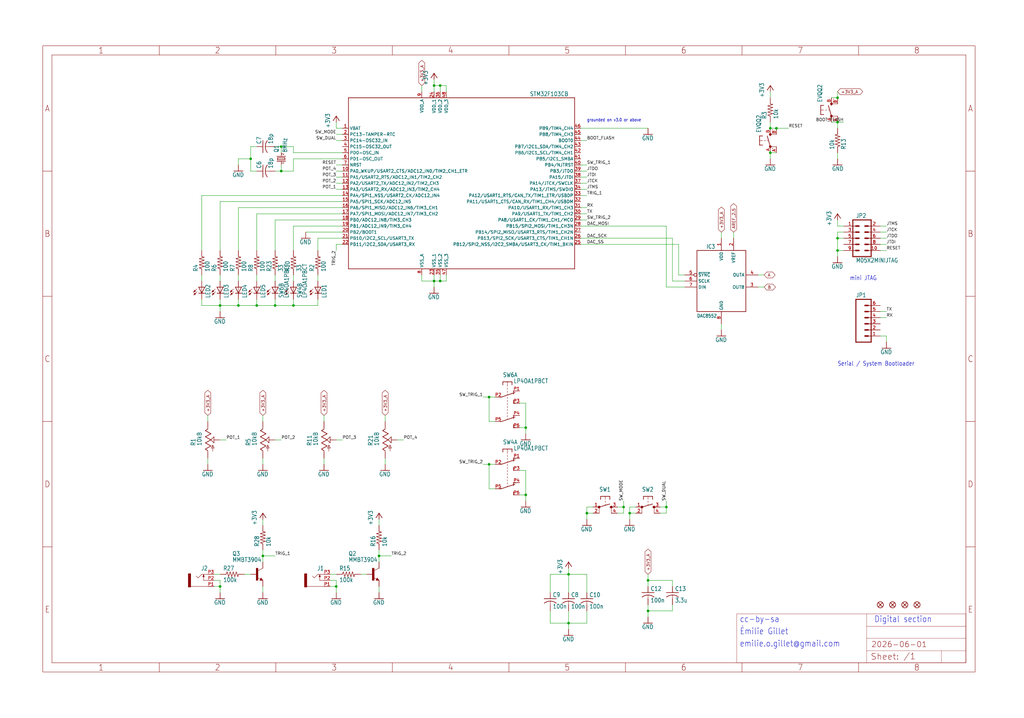
<source format=kicad_sch>
(kicad_sch (version 20230121) (generator eeschema)
  (paper "User" 425.45 298.45)
  (junction (at 347.98 104.14))
  (junction (at 320.04 53.34))
  (junction (at 261.62 213.36))
  (junction (at 114.3 127))
  (junction (at 347.98 99.06))
  (junction (at 347.98 40.64))
  (junction (at 121.92 127))
  (junction (at 182.88 116.84))
  (junction (at 91.44 127))
  (junction (at 182.88 35.56))
  (junction (at 116.84 60.96))
  (junction (at 320.04 63.5))
  (junction (at 243.84 213.36))
  (junction (at 99.06 127))
  (junction (at 157.48 231.14))
  (junction (at 203.2 165.1))
  (junction (at 180.34 116.84))
  (junction (at 347.98 50.8))
  (junction (at 180.34 35.56))
  (junction (at 269.24 254))
  (junction (at 322.58 53.34))
  (junction (at 236.22 238.76))
  (junction (at 106.68 127))
  (junction (at 91.44 243.84))
  (junction (at 269.24 241.3))
  (junction (at 259.08 210.82))
  (junction (at 109.22 231.14))
  (junction (at 236.22 259.08))
  (junction (at 218.44 177.8))
  (junction (at 203.2 193.04))
  (junction (at 116.84 71.12))
  (junction (at 218.44 205.74))
  (junction (at 104.14 66.04))
  (junction (at 139.7 243.84))
  (junction (at 276.86 210.82))
  (wire (pts (xy 116.84 71.12) (xy 116.84 68.58)) (stroke (width 0.1524)))
  (wire (pts (xy 121.92 63.5) (xy 121.92 60.96)) (stroke (width 0.1524)))
  (wire (pts (xy 142.24 55.88) (xy 139.7 55.88)) (stroke (width 0.1524)))
  (wire (pts (xy 203.2 203.2) (xy 203.2 193.04)) (stroke (width 0.1524)))
  (wire (pts (xy 104.14 60.96) (xy 104.14 66.04)) (stroke (width 0.1524)))
  (wire (pts (xy 365.76 132.08) (xy 368.3 132.08)) (stroke (width 0.1524)))
  (wire (pts (xy 101.6 238.76) (xy 104.14 238.76)) (stroke (width 0.1524)))
  (wire (pts (xy 347.98 104.14) (xy 347.98 106.68)) (stroke (width 0.1524)))
  (wire (pts (xy 88.9 241.3) (xy 91.44 241.3)) (stroke (width 0.1524)))
  (wire (pts (xy 157.48 233.68) (xy 157.48 231.14)) (stroke (width 0.1524)))
  (wire (pts (xy 116.84 60.96) (xy 116.84 63.5)) (stroke (width 0.1524)))
  (wire (pts (xy 320.04 50.8) (xy 320.04 53.34)) (stroke (width 0.1524)))
  (wire (pts (xy 157.48 215.9) (xy 157.48 218.44)) (stroke (width 0.1524)))
  (wire (pts (xy 99.06 66.04) (xy 99.06 68.58)) (stroke (width 0.1524)))
  (wire (pts (xy 109.22 231.14) (xy 109.22 228.6)) (stroke (width 0.1524)))
  (wire (pts (xy 157.48 231.14) (xy 157.48 228.6)) (stroke (width 0.1524)))
  (wire (pts (xy 160.02 175.26) (xy 160.02 172.72)) (stroke (width 0.1524)))
  (wire (pts (xy 134.62 190.5) (xy 134.62 193.04)) (stroke (width 0.1524)))
  (wire (pts (xy 347.98 99.06) (xy 347.98 104.14)) (stroke (width 0.1524)))
  (wire (pts (xy 320.04 38.1) (xy 320.04 40.64)) (stroke (width 0.1524)))
  (wire (pts (xy 109.22 215.9) (xy 109.22 218.44)) (stroke (width 0.1524)))
  (wire (pts (xy 269.24 241.3) (xy 279.4 241.3)) (stroke (width 0.1524)))
  (wire (pts (xy 279.4 116.84) (xy 284.48 116.84)) (stroke (width 0.1524)))
  (wire (pts (xy 299.72 99.06) (xy 299.72 96.52)) (stroke (width 0.1524)))
  (wire (pts (xy 261.62 213.36) (xy 261.62 215.9)) (stroke (width 0.1524)))
  (wire (pts (xy 365.76 101.6) (xy 368.3 101.6)) (stroke (width 0.1524)))
  (wire (pts (xy 139.7 76.2) (xy 142.24 76.2)) (stroke (width 0.1524)))
  (wire (pts (xy 218.44 167.64) (xy 218.44 177.8)) (stroke (width 0.1524)))
  (wire (pts (xy 276.86 119.38) (xy 284.48 119.38)) (stroke (width 0.1524)))
  (wire (pts (xy 236.22 259.08) (xy 243.84 259.08)) (stroke (width 0.1524)))
  (wire (pts (xy 203.2 193.04) (xy 200.66 193.04)) (stroke (width 0.1524)))
  (wire (pts (xy 91.44 114.3) (xy 91.44 116.84)) (stroke (width 0.1524)))
  (wire (pts (xy 205.74 165.1) (xy 203.2 165.1)) (stroke (width 0.1524)))
  (wire (pts (xy 83.82 81.28) (xy 142.24 81.28)) (stroke (width 0.1524)))
  (wire (pts (xy 99.06 86.36) (xy 142.24 86.36)) (stroke (width 0.1524)))
  (wire (pts (xy 114.3 124.46) (xy 114.3 127)) (stroke (width 0.1524)))
  (wire (pts (xy 259.08 213.36) (xy 259.08 210.82)) (stroke (width 0.1524)))
  (wire (pts (xy 91.44 83.82) (xy 142.24 83.82)) (stroke (width 0.1524)))
  (wire (pts (xy 139.7 58.42) (xy 142.24 58.42)) (stroke (width 0.1524)))
  (wire (pts (xy 139.7 53.34) (xy 139.7 50.8)) (stroke (width 0.1524)))
  (wire (pts (xy 114.3 127) (xy 106.68 127)) (stroke (width 0.1524)))
  (wire (pts (xy 182.88 116.84) (xy 185.42 116.84)) (stroke (width 0.1524)))
  (wire (pts (xy 99.06 114.3) (xy 99.06 116.84)) (stroke (width 0.1524)))
  (wire (pts (xy 274.32 213.36) (xy 276.86 213.36)) (stroke (width 0.1524)))
  (wire (pts (xy 157.48 231.14) (xy 162.56 231.14)) (stroke (width 0.1524)))
  (wire (pts (xy 139.7 73.66) (xy 142.24 73.66)) (stroke (width 0.1524)))
  (wire (pts (xy 350.52 93.98) (xy 347.98 93.98)) (stroke (width 0.1524)))
  (wire (pts (xy 121.92 127) (xy 132.08 127)) (stroke (width 0.1524)))
  (wire (pts (xy 320.04 53.34) (xy 322.58 53.34)) (stroke (width 0.1524)))
  (wire (pts (xy 345.44 50.8) (xy 347.98 50.8)) (stroke (width 0.1524)))
  (wire (pts (xy 104.14 71.12) (xy 106.68 71.12)) (stroke (width 0.1524)))
  (wire (pts (xy 269.24 243.84) (xy 269.24 241.3)) (stroke (width 0.1524)))
  (wire (pts (xy 279.4 254) (xy 279.4 251.46)) (stroke (width 0.1524)))
  (wire (pts (xy 91.44 241.3) (xy 91.44 243.84)) (stroke (width 0.1524)))
  (wire (pts (xy 185.42 35.56) (xy 185.42 38.1)) (stroke (width 0.1524)))
  (wire (pts (xy 114.3 91.44) (xy 114.3 104.14)) (stroke (width 0.1524)))
  (wire (pts (xy 365.76 129.54) (xy 368.3 129.54)) (stroke (width 0.1524)))
  (wire (pts (xy 264.16 210.82) (xy 261.62 210.82)) (stroke (width 0.1524)))
  (wire (pts (xy 83.82 81.28) (xy 83.82 104.14)) (stroke (width 0.1524)))
  (wire (pts (xy 241.3 93.98) (xy 276.86 93.98)) (stroke (width 0.1524)))
  (wire (pts (xy 132.08 114.3) (xy 132.08 116.84)) (stroke (width 0.1524)))
  (wire (pts (xy 350.52 99.06) (xy 347.98 99.06)) (stroke (width 0.1524)))
  (wire (pts (xy 241.3 68.58) (xy 243.84 68.58)) (stroke (width 0.1524)))
  (wire (pts (xy 299.72 137.16) (xy 299.72 134.62)) (stroke (width 0.1524)))
  (wire (pts (xy 269.24 251.46) (xy 269.24 254)) (stroke (width 0.1524)))
  (wire (pts (xy 320.04 63.5) (xy 320.04 66.04)) (stroke (width 0.1524)))
  (wire (pts (xy 205.74 203.2) (xy 203.2 203.2)) (stroke (width 0.1524)))
  (wire (pts (xy 236.22 259.08) (xy 236.22 261.62)) (stroke (width 0.1524)))
  (wire (pts (xy 236.22 246.38) (xy 236.22 238.76)) (stroke (width 0.1524)))
  (wire (pts (xy 139.7 182.88) (xy 142.24 182.88)) (stroke (width 0.1524)))
  (wire (pts (xy 83.82 114.3) (xy 83.82 116.84)) (stroke (width 0.1524)))
  (wire (pts (xy 279.4 241.3) (xy 279.4 243.84)) (stroke (width 0.1524)))
  (wire (pts (xy 347.98 38.1) (xy 347.98 40.64)) (stroke (width 0.1524)))
  (wire (pts (xy 175.26 38.1) (xy 175.26 35.56)) (stroke (width 0.1524)))
  (wire (pts (xy 276.86 213.36) (xy 276.86 210.82)) (stroke (width 0.1524)))
  (wire (pts (xy 180.34 35.56) (xy 182.88 35.56)) (stroke (width 0.1524)))
  (wire (pts (xy 86.36 190.5) (xy 86.36 193.04)) (stroke (width 0.1524)))
  (wire (pts (xy 109.22 175.26) (xy 109.22 172.72)) (stroke (width 0.1524)))
  (wire (pts (xy 180.34 114.3) (xy 180.34 116.84)) (stroke (width 0.1524)))
  (wire (pts (xy 182.88 35.56) (xy 185.42 35.56)) (stroke (width 0.1524)))
  (wire (pts (xy 142.24 93.98) (xy 121.92 93.98)) (stroke (width 0.1524)))
  (wire (pts (xy 365.76 104.14) (xy 368.3 104.14)) (stroke (width 0.1524)))
  (wire (pts (xy 243.84 259.08) (xy 243.84 254)) (stroke (width 0.1524)))
  (wire (pts (xy 83.82 124.46) (xy 83.82 127)) (stroke (width 0.1524)))
  (wire (pts (xy 142.24 68.58) (xy 139.7 68.58)) (stroke (width 0.1524)))
  (wire (pts (xy 246.38 210.82) (xy 243.84 210.82)) (stroke (width 0.1524)))
  (wire (pts (xy 243.84 238.76) (xy 243.84 246.38)) (stroke (width 0.1524)))
  (wire (pts (xy 121.92 114.3) (xy 121.92 116.84)) (stroke (width 0.1524)))
  (wire (pts (xy 314.96 119.38) (xy 317.5 119.38)) (stroke (width 0.1524)))
  (wire (pts (xy 241.3 91.44) (xy 243.84 91.44)) (stroke (width 0.1524)))
  (wire (pts (xy 137.16 238.76) (xy 139.7 238.76)) (stroke (width 0.1524)))
  (wire (pts (xy 121.92 71.12) (xy 121.92 66.04)) (stroke (width 0.1524)))
  (wire (pts (xy 304.8 99.06) (xy 304.8 96.52)) (stroke (width 0.1524)))
  (wire (pts (xy 365.76 99.06) (xy 368.3 99.06)) (stroke (width 0.1524)))
  (wire (pts (xy 88.9 238.76) (xy 91.44 238.76)) (stroke (width 0.1524)))
  (wire (pts (xy 106.68 88.9) (xy 142.24 88.9)) (stroke (width 0.1524)))
  (wire (pts (xy 114.3 71.12) (xy 116.84 71.12)) (stroke (width 0.1524)))
  (wire (pts (xy 365.76 93.98) (xy 368.3 93.98)) (stroke (width 0.1524)))
  (wire (pts (xy 276.86 210.82) (xy 276.86 208.28)) (stroke (width 0.1524)))
  (wire (pts (xy 203.2 175.26) (xy 203.2 165.1)) (stroke (width 0.1524)))
  (wire (pts (xy 99.06 86.36) (xy 99.06 104.14)) (stroke (width 0.1524)))
  (wire (pts (xy 241.3 53.34) (xy 269.24 53.34)) (stroke (width 0.1524)))
  (wire (pts (xy 228.6 238.76) (xy 236.22 238.76)) (stroke (width 0.1524)))
  (wire (pts (xy 228.6 259.08) (xy 236.22 259.08)) (stroke (width 0.1524)))
  (wire (pts (xy 160.02 190.5) (xy 160.02 193.04)) (stroke (width 0.1524)))
  (wire (pts (xy 157.48 243.84) (xy 157.48 246.38)) (stroke (width 0.1524)))
  (wire (pts (xy 121.92 93.98) (xy 121.92 104.14)) (stroke (width 0.1524)))
  (wire (pts (xy 109.22 233.68) (xy 109.22 231.14)) (stroke (width 0.1524)))
  (wire (pts (xy 203.2 165.1) (xy 200.66 165.1)) (stroke (width 0.1524)))
  (wire (pts (xy 185.42 114.3) (xy 185.42 116.84)) (stroke (width 0.1524)))
  (wire (pts (xy 175.26 116.84) (xy 180.34 116.84)) (stroke (width 0.1524)))
  (wire (pts (xy 99.06 124.46) (xy 99.06 127)) (stroke (width 0.1524)))
  (wire (pts (xy 269.24 254) (xy 279.4 254)) (stroke (width 0.1524)))
  (wire (pts (xy 241.3 78.74) (xy 243.84 78.74)) (stroke (width 0.1524)))
  (wire (pts (xy 139.7 78.74) (xy 142.24 78.74)) (stroke (width 0.1524)))
  (wire (pts (xy 241.3 101.6) (xy 281.94 101.6)) (stroke (width 0.1524)))
  (wire (pts (xy 104.14 66.04) (xy 104.14 71.12)) (stroke (width 0.1524)))
  (wire (pts (xy 261.62 210.82) (xy 261.62 213.36)) (stroke (width 0.1524)))
  (wire (pts (xy 279.4 99.06) (xy 279.4 116.84)) (stroke (width 0.1524)))
  (wire (pts (xy 165.1 182.88) (xy 167.64 182.88)) (stroke (width 0.1524)))
  (wire (pts (xy 91.44 83.82) (xy 91.44 104.14)) (stroke (width 0.1524)))
  (wire (pts (xy 114.3 182.88) (xy 116.84 182.88)) (stroke (width 0.1524)))
  (wire (pts (xy 322.58 53.34) (xy 327.66 53.34)) (stroke (width 0.1524)))
  (wire (pts (xy 281.94 101.6) (xy 281.94 114.3)) (stroke (width 0.1524)))
  (wire (pts (xy 106.68 60.96) (xy 104.14 60.96)) (stroke (width 0.1524)))
  (wire (pts (xy 261.62 213.36) (xy 264.16 213.36)) (stroke (width 0.1524)))
  (wire (pts (xy 345.44 40.64) (xy 347.98 40.64)) (stroke (width 0.1524)))
  (wire (pts (xy 180.34 33.02) (xy 180.34 35.56)) (stroke (width 0.1524)))
  (wire (pts (xy 132.08 104.14) (xy 132.08 99.06)) (stroke (width 0.1524)))
  (wire (pts (xy 368.3 139.7) (xy 368.3 142.24)) (stroke (width 0.1524)))
  (wire (pts (xy 215.9 167.64) (xy 218.44 167.64)) (stroke (width 0.1524)))
  (wire (pts (xy 365.76 96.52) (xy 368.3 96.52)) (stroke (width 0.1524)))
  (wire (pts (xy 137.16 241.3) (xy 139.7 241.3)) (stroke (width 0.1524)))
  (wire (pts (xy 180.34 38.1) (xy 180.34 35.56)) (stroke (width 0.1524)))
  (wire (pts (xy 218.44 205.74) (xy 218.44 208.28)) (stroke (width 0.1524)))
  (wire (pts (xy 205.74 175.26) (xy 203.2 175.26)) (stroke (width 0.1524)))
  (wire (pts (xy 134.62 175.26) (xy 134.62 172.72)) (stroke (width 0.1524)))
  (wire (pts (xy 241.3 76.2) (xy 243.84 76.2)) (stroke (width 0.1524)))
  (wire (pts (xy 106.68 114.3) (xy 106.68 116.84)) (stroke (width 0.1524)))
  (wire (pts (xy 320.04 63.5) (xy 322.58 63.5)) (stroke (width 0.1524)))
  (wire (pts (xy 91.44 124.46) (xy 91.44 127)) (stroke (width 0.1524)))
  (wire (pts (xy 218.44 195.58) (xy 218.44 205.74)) (stroke (width 0.1524)))
  (wire (pts (xy 106.68 88.9) (xy 106.68 104.14)) (stroke (width 0.1524)))
  (wire (pts (xy 215.9 195.58) (xy 218.44 195.58)) (stroke (width 0.1524)))
  (wire (pts (xy 350.52 104.14) (xy 347.98 104.14)) (stroke (width 0.1524)))
  (wire (pts (xy 241.3 86.36) (xy 243.84 86.36)) (stroke (width 0.1524)))
  (wire (pts (xy 241.3 73.66) (xy 243.84 73.66)) (stroke (width 0.1524)))
  (wire (pts (xy 109.22 231.14) (xy 114.3 231.14)) (stroke (width 0.1524)))
  (wire (pts (xy 218.44 177.8) (xy 218.44 180.34)) (stroke (width 0.1524)))
  (wire (pts (xy 256.54 210.82) (xy 259.08 210.82)) (stroke (width 0.1524)))
  (wire (pts (xy 132.08 124.46) (xy 132.08 127)) (stroke (width 0.1524)))
  (wire (pts (xy 246.38 213.36) (xy 243.84 213.36)) (stroke (width 0.1524)))
  (wire (pts (xy 276.86 93.98) (xy 276.86 119.38)) (stroke (width 0.1524)))
  (wire (pts (xy 91.44 182.88) (xy 93.98 182.88)) (stroke (width 0.1524)))
  (wire (pts (xy 116.84 71.12) (xy 121.92 71.12)) (stroke (width 0.1524)))
  (wire (pts (xy 350.52 96.52) (xy 347.98 96.52)) (stroke (width 0.1524)))
  (wire (pts (xy 347.98 63.5) (xy 347.98 66.04)) (stroke (width 0.1524)))
  (wire (pts (xy 91.44 127) (xy 91.44 129.54)) (stroke (width 0.1524)))
  (wire (pts (xy 121.92 60.96) (xy 116.84 60.96)) (stroke (width 0.1524)))
  (wire (pts (xy 314.96 114.3) (xy 317.5 114.3)) (stroke (width 0.1524)))
  (wire (pts (xy 256.54 213.36) (xy 259.08 213.36)) (stroke (width 0.1524)))
  (wire (pts (xy 241.3 81.28) (xy 243.84 81.28)) (stroke (width 0.1524)))
  (wire (pts (xy 114.3 60.96) (xy 116.84 60.96)) (stroke (width 0.1524)))
  (wire (pts (xy 236.22 238.76) (xy 243.84 238.76)) (stroke (width 0.1524)))
  (wire (pts (xy 139.7 241.3) (xy 139.7 243.84)) (stroke (width 0.1524)))
  (wire (pts (xy 142.24 63.5) (xy 121.92 63.5)) (stroke (width 0.1524)))
  (wire (pts (xy 83.82 127) (xy 91.44 127)) (stroke (width 0.1524)))
  (wire (pts (xy 205.74 193.04) (xy 203.2 193.04)) (stroke (width 0.1524)))
  (wire (pts (xy 228.6 246.38) (xy 228.6 238.76)) (stroke (width 0.1524)))
  (wire (pts (xy 182.88 38.1) (xy 182.88 35.56)) (stroke (width 0.1524)))
  (wire (pts (xy 99.06 127) (xy 106.68 127)) (stroke (width 0.1524)))
  (wire (pts (xy 269.24 241.3) (xy 269.24 238.76)) (stroke (width 0.1524)))
  (wire (pts (xy 109.22 190.5) (xy 109.22 193.04)) (stroke (width 0.1524)))
  (wire (pts (xy 149.86 238.76) (xy 152.4 238.76)) (stroke (width 0.1524)))
  (wire (pts (xy 142.24 101.6) (xy 139.7 101.6)) (stroke (width 0.1524)))
  (wire (pts (xy 139.7 71.12) (xy 142.24 71.12)) (stroke (width 0.1524)))
  (wire (pts (xy 132.08 99.06) (xy 142.24 99.06)) (stroke (width 0.1524)))
  (wire (pts (xy 142.24 53.34) (xy 139.7 53.34)) (stroke (width 0.1524)))
  (wire (pts (xy 269.24 256.54) (xy 269.24 254)) (stroke (width 0.1524)))
  (wire (pts (xy 259.08 210.82) (xy 259.08 208.28)) (stroke (width 0.1524)))
  (wire (pts (xy 228.6 254) (xy 228.6 259.08)) (stroke (width 0.1524)))
  (wire (pts (xy 175.26 114.3) (xy 175.26 116.84)) (stroke (width 0.1524)))
  (wire (pts (xy 91.44 243.84) (xy 91.44 246.38)) (stroke (width 0.1524)))
  (wire (pts (xy 243.84 213.36) (xy 243.84 215.9)) (stroke (width 0.1524)))
  (wire (pts (xy 121.92 124.46) (xy 121.92 127)) (stroke (width 0.1524)))
  (wire (pts (xy 347.98 50.8) (xy 350.52 50.8)) (stroke (width 0.1524)))
  (wire (pts (xy 88.9 243.84) (xy 91.44 243.84)) (stroke (width 0.1524)))
  (wire (pts (xy 139.7 243.84) (xy 139.7 246.38)) (stroke (width 0.1524)))
  (wire (pts (xy 121.92 66.04) (xy 142.24 66.04)) (stroke (width 0.1524)))
  (wire (pts (xy 139.7 101.6) (xy 139.7 104.14)) (stroke (width 0.1524)))
  (wire (pts (xy 347.98 93.98) (xy 347.98 91.44)) (stroke (width 0.1524)))
  (wire (pts (xy 241.3 99.06) (xy 279.4 99.06)) (stroke (width 0.1524)))
  (wire (pts (xy 104.14 66.04) (xy 99.06 66.04)) (stroke (width 0.1524)))
  (wire (pts (xy 91.44 127) (xy 99.06 127)) (stroke (width 0.1524)))
  (wire (pts (xy 180.34 116.84) (xy 182.88 116.84)) (stroke (width 0.1524)))
  (wire (pts (xy 109.22 243.84) (xy 109.22 246.38)) (stroke (width 0.1524)))
  (wire (pts (xy 347.98 53.34) (xy 347.98 50.8)) (stroke (width 0.1524)))
  (wire (pts (xy 142.24 96.52) (xy 127 96.52)) (stroke (width 0.1524)))
  (wire (pts (xy 241.3 58.42) (xy 243.84 58.42)) (stroke (width 0.1524)))
  (wire (pts (xy 142.24 91.44) (xy 114.3 91.44)) (stroke (width 0.1524)))
  (wire (pts (xy 215.9 177.8) (xy 218.44 177.8)) (stroke (width 0.1524)))
  (wire (pts (xy 86.36 175.26) (xy 86.36 172.72)) (stroke (width 0.1524)))
  (wire (pts (xy 365.76 139.7) (xy 368.3 139.7)) (stroke (width 0.1524)))
  (wire (pts (xy 347.98 96.52) (xy 347.98 99.06)) (stroke (width 0.1524)))
  (wire (pts (xy 243.84 210.82) (xy 243.84 213.36)) (stroke (width 0.1524)))
  (wire (pts (xy 274.32 210.82) (xy 276.86 210.82)) (stroke (width 0.1524)))
  (wire (pts (xy 236.22 254) (xy 236.22 259.08)) (stroke (width 0.1524)))
  (wire (pts (xy 215.9 205.74) (xy 218.44 205.74)) (stroke (width 0.1524)))
  (wire (pts (xy 281.94 114.3) (xy 284.48 114.3)) (stroke (width 0.1524)))
  (wire (pts (xy 137.16 243.84) (xy 139.7 243.84)) (stroke (width 0.1524)))
  (wire (pts (xy 114.3 114.3) (xy 114.3 116.84)) (stroke (width 0.1524)))
  (wire (pts (xy 182.88 114.3) (xy 182.88 116.84)) (stroke (width 0.1524)))
  (wire (pts (xy 236.22 238.76) (xy 236.22 236.22)) (stroke (width 0.1524)))
  (wire (pts (xy 121.92 127) (xy 114.3 127)) (stroke (width 0.1524)))
  (wire (pts (xy 241.3 71.12) (xy 243.84 71.12)) (stroke (width 0.1524)))
  (wire (pts (xy 180.34 116.84) (xy 180.34 119.38)) (stroke (width 0.1524)))
  (wire (pts (xy 106.68 127) (xy 106.68 124.46)) (stroke (width 0.1524)))
  (wire (pts (xy 241.3 88.9) (xy 243.84 88.9)) (stroke (width 0.1524)))
  (text "cc-by-sa" (at 307.34 259.08 0) (effects (font (size 2.54 2.159)) (justify left bottom)))
  (text "Émilie Gillet" (at 307.34 264.16 0) (effects (font (size 2.54 2.159)) (justify left bottom)))
  (text "Digital section" (at 363.22 259.08 0) (effects (font (size 2.54 2.159)) (justify left bottom)))
  (text "grounded on v3.0 or above" (at 243.84 50.8 0) (effects (font (size 1.27 1.0795)) (justify left bottom)))
  (text "Serial / System Bootloader" (at 347.98 152.4 0) (effects (font (size 1.778 1.5113)) (justify left bottom)))
  (text "emilie.o.gillet@gmail.com" (at 307.34 269.24 0) (effects (font (size 2.54 2.159)) (justify left bottom)))
  (text "mini JTAG" (at 353.06 116.84 0) (effects (font (size 1.778 1.5113)) (justify left bottom)))
  (label "POT_1" (at 93.98 182.88 0) (effects (font (size 1.2446 1.2446))))
  (label "POT_2" (at 139.7 76.2 180) (effects (font (size 1.2446 1.2446))))
  (label "POT_4" (at 167.64 182.88 0) (effects (font (size 1.2446 1.2446))))
  (label "RESET" (at 327.66 53.34 0) (effects (font (size 1.2446 1.2446))))
  (label "SW_TRIG_2" (at 243.84 91.44 0) (effects (font (size 1.2446 1.2446))))
  (label "DAC_MOSI" (at 243.84 93.98 0) (effects (font (size 1.2446 1.2446))))
  (label "JTCK" (at 243.84 76.2 0) (effects (font (size 1.2446 1.2446))))
  (label "SW_DUAL" (at 276.86 208.28 90) (effects (font (size 1.2446 1.2446))))
  (label "JTDI" (at 243.84 73.66 0) (effects (font (size 1.2446 1.2446))))
  (label "TRIG_1" (at 243.84 81.28 0) (effects (font (size 1.2446 1.2446))))
  (label "JTDI" (at 368.3 101.6 0) (effects (font (size 1.2446 1.2446))))
  (label "POT_3" (at 139.7 73.66 180) (effects (font (size 1.2446 1.2446))))
  (label "SW_TRIG_2" (at 200.66 193.04 180) (effects (font (size 1.2446 1.2446))))
  (label "DAC_SCK" (at 243.84 99.06 0) (effects (font (size 1.2446 1.2446))))
  (label "TX" (at 243.84 88.9 0) (effects (font (size 1.2446 1.2446))))
  (label "SW_MODE" (at 139.7 55.88 180) (effects (font (size 1.2446 1.2446))))
  (label "JTDO" (at 368.3 99.06 0) (effects (font (size 1.2446 1.2446))))
  (label "TRIG_2" (at 162.56 231.14 0) (effects (font (size 1.2446 1.2446))))
  (label "RX" (at 243.84 86.36 0) (effects (font (size 1.2446 1.2446))))
  (label "SW_TRIG_1" (at 200.66 165.1 180) (effects (font (size 1.2446 1.2446))))
  (label "POT_4" (at 139.7 71.12 180) (effects (font (size 1.2446 1.2446))))
  (label "POT_2" (at 116.84 182.88 0) (effects (font (size 1.2446 1.2446))))
  (label "SW_DUAL" (at 139.7 58.42 180) (effects (font (size 1.2446 1.2446))))
  (label "JTCK" (at 368.3 96.52 0) (effects (font (size 1.2446 1.2446))))
  (label "RESET" (at 139.7 68.58 180) (effects (font (size 1.2446 1.2446))))
  (label "POT_1" (at 139.7 78.74 180) (effects (font (size 1.2446 1.2446))))
  (label "SW_TRIG_1" (at 243.84 68.58 0) (effects (font (size 1.2446 1.2446))))
  (label "TX" (at 368.3 129.54 0) (effects (font (size 1.2446 1.2446))))
  (label "TRIG_1" (at 114.3 231.14 0) (effects (font (size 1.2446 1.2446))))
  (label "RESET" (at 368.3 104.14 0) (effects (font (size 1.2446 1.2446))))
  (label "RX" (at 368.3 132.08 0) (effects (font (size 1.2446 1.2446))))
  (label "POT_3" (at 142.24 182.88 0) (effects (font (size 1.2446 1.2446))))
  (label "JTMS" (at 243.84 78.74 0) (effects (font (size 1.2446 1.2446))))
  (label "JTMS" (at 368.3 93.98 0) (effects (font (size 1.2446 1.2446))))
  (label "BOOT_FLASH" (at 350.52 50.8 180) (effects (font (size 1.2446 1.2446))))
  (label "BOOT_FLASH" (at 243.84 58.42 0) (effects (font (size 1.2446 1.2446))))
  (label "SW_MODE" (at 259.08 208.28 90) (effects (font (size 1.2446 1.2446))))
  (label "DAC_SS" (at 243.84 101.6 0) (effects (font (size 1.2446 1.2446))))
  (label "TRIG_2" (at 139.7 104.14 270) (effects (font (size 1.2446 1.2446))))
  (label "JTDO" (at 243.84 71.12 0) (effects (font (size 1.2446 1.2446))))
  (global_label "+3V3_A" (shape bidirectional) (at 134.62 172.72 90) (effects (font (size 1.2446 1.2446))) (property "Intersheetrefs" "${INTERSHEET_REFS}" (effects hide)))
  (global_label "A" (shape bidirectional) (at 317.5 114.3 0) (effects (font (size 1.2446 1.2446))) (property "Intersheetrefs" "${INTERSHEET_REFS}" (effects hide)))
  (global_label "+3V3_A" (shape bidirectional) (at 160.02 172.72 90) (effects (font (size 1.2446 1.2446))) (property "Intersheetrefs" "${INTERSHEET_REFS}" (effects hide)))
  (global_label "+3V3_A" (shape bidirectional) (at 299.72 96.52 90) (effects (font (size 1.2446 1.2446))) (property "Intersheetrefs" "${INTERSHEET_REFS}" (effects hide)))
  (global_label "+3V3_A" (shape bidirectional) (at 109.22 172.72 90) (effects (font (size 1.2446 1.2446))) (property "Intersheetrefs" "${INTERSHEET_REFS}" (effects hide)))
  (global_label "+3V3_A" (shape bidirectional) (at 175.26 35.56 90) (effects (font (size 1.2446 1.2446))) (property "Intersheetrefs" "${INTERSHEET_REFS}" (effects hide)))
  (global_label "+3V3_A" (shape bidirectional) (at 269.24 238.76 90) (effects (font (size 1.2446 1.2446))) (property "Intersheetrefs" "${INTERSHEET_REFS}" (effects hide)))
  (global_label "AREF_2.5" (shape bidirectional) (at 304.8 96.52 90) (effects (font (size 1.2446 1.2446))) (property "Intersheetrefs" "${INTERSHEET_REFS}" (effects hide)))
  (global_label "+3V3_A" (shape bidirectional) (at 86.36 172.72 90) (effects (font (size 1.2446 1.2446))) (property "Intersheetrefs" "${INTERSHEET_REFS}" (effects hide)))
  (global_label "B" (shape bidirectional) (at 317.5 119.38 0) (effects (font (size 1.2446 1.2446))) (property "Intersheetrefs" "${INTERSHEET_REFS}" (effects hide)))
  (global_label "+3V3_A" (shape bidirectional) (at 347.98 38.1 0) (effects (font (size 1.2446 1.2446))) (property "Intersheetrefs" "${INTERSHEET_REFS}" (effects hide)))
  (symbol (lib_id "peaks-eagle-import:GND") (at 134.62 195.58 0) (unit 1)
    (property "Reference" "#GND2" (effects hide))
    (property "Value" "GND" (at 132.08 198.12 0) (effects (font (size 1.778 1.5113)) (justify left bottom)))
  )
  (symbol (lib_id "peaks-eagle-import:LED3MM") (at 91.44 119.38 0) (unit 1)
    (property "Reference" "LED3" (at 94.996 123.952 90) (effects (font (size 1.778 1.5113)) (justify left bottom)))
    (property "Value" "LED3MM" (effects hide))
    (property "Footprint" "peaks:LED3MM" (effects hide))
  )
  (symbol (lib_id "peaks-eagle-import:LP4OA1PBCT") (at 121.92 121.92 0) (unit 2)
    (property "Reference" "SW4" (at 125.476 123.952 90) (effects (font (size 1.778 1.5113)) (justify left bottom)))
    (property "Value" "LP4OA1PBCT" (at 127.635 123.952 90) (effects (font (size 1.778 1.5113)) (justify left bottom)))
    (property "Footprint" "peaks:LP4OA1PBCT" (effects hide))
  )
  (symbol (lib_id "peaks-eagle-import:R-US_R0603") (at 121.92 109.22 90) (unit 1)
    (property "Reference" "R10" (at 120.4214 113.03 0) (effects (font (size 1.778 1.5113)) (justify left bottom)))
    (property "Value" "33" (at 125.222 113.03 0) (effects (font (size 1.778 1.5113)) (justify left bottom)))
    (property "Footprint" "peaks:R0603" (effects hide))
  )
  (symbol (lib_id "peaks-eagle-import:+3V3") (at 347.98 88.9 0) (unit 1)
    (property "Reference" "#+3V11" (effects hide))
    (property "Value" "+3V3" (at 345.44 93.98 90) (effects (font (size 1.778 1.5113)) (justify left bottom)))
  )
  (symbol (lib_id "peaks-eagle-import:GND") (at 157.48 248.92 0) (unit 1)
    (property "Reference" "#GND10" (effects hide))
    (property "Value" "GND" (at 154.94 251.46 0) (effects (font (size 1.778 1.5113)) (justify left bottom)))
  )
  (symbol (lib_id "peaks-eagle-import:POT_USVERTICAL_PS") (at 160.02 182.88 0) (unit 1)
    (property "Reference" "R21" (at 154.94 185.42 90) (effects (font (size 1.778 1.5113)) (justify left bottom)))
    (property "Value" "10kB" (at 157.48 185.42 90) (effects (font (size 1.778 1.5113)) (justify left bottom)))
    (property "Footprint" "peaks:ALPS_POT_VERTICAL_PS" (effects hide))
  )
  (symbol (lib_id "peaks-eagle-import:R-US_R0603") (at 83.82 109.22 90) (unit 1)
    (property "Reference" "R4" (at 82.3214 113.03 0) (effects (font (size 1.778 1.5113)) (justify left bottom)))
    (property "Value" "100" (at 87.122 113.03 0) (effects (font (size 1.778 1.5113)) (justify left bottom)))
    (property "Footprint" "peaks:R0603" (effects hide))
  )
  (symbol (lib_id "peaks-eagle-import:GND") (at 236.22 264.16 0) (unit 1)
    (property "Reference" "#GND64" (effects hide))
    (property "Value" "GND" (at 233.68 266.7 0) (effects (font (size 1.778 1.5113)) (justify left bottom)))
  )
  (symbol (lib_id "peaks-eagle-import:R-US_R0603") (at 106.68 109.22 90) (unit 1)
    (property "Reference" "R8" (at 105.1814 113.03 0) (effects (font (size 1.778 1.5113)) (justify left bottom)))
    (property "Value" "100" (at 109.982 113.03 0) (effects (font (size 1.778 1.5113)) (justify left bottom)))
    (property "Footprint" "peaks:R0603" (effects hide))
  )
  (symbol (lib_id "peaks-eagle-import:C-USC0603") (at 243.84 248.92 0) (unit 1)
    (property "Reference" "C10" (at 244.856 248.285 0) (effects (font (size 1.778 1.5113)) (justify left bottom)))
    (property "Value" "100n" (at 244.856 253.111 0) (effects (font (size 1.778 1.5113)) (justify left bottom)))
    (property "Footprint" "peaks:C0603" (effects hide))
  )
  (symbol (lib_id "peaks-eagle-import:R-US_R0603") (at 320.04 45.72 90) (unit 1)
    (property "Reference" "R3" (at 318.5414 49.53 0) (effects (font (size 1.778 1.5113)) (justify left bottom)))
    (property "Value" "10k" (at 323.342 49.53 0) (effects (font (size 1.778 1.5113)) (justify left bottom)))
    (property "Footprint" "peaks:R0603" (effects hide))
  )
  (symbol (lib_id "peaks-eagle-import:GND") (at 127 99.06 0) (unit 1)
    (property "Reference" "#GND57" (effects hide))
    (property "Value" "GND" (at 124.46 101.6 0) (effects (font (size 1.778 1.5113)) (justify left bottom)))
  )
  (symbol (lib_id "peaks-eagle-import:C-USC0603") (at 228.6 248.92 0) (unit 1)
    (property "Reference" "C9" (at 229.616 248.285 0) (effects (font (size 1.778 1.5113)) (justify left bottom)))
    (property "Value" "100n" (at 229.616 253.111 0) (effects (font (size 1.778 1.5113)) (justify left bottom)))
    (property "Footprint" "peaks:C0603" (effects hide))
  )
  (symbol (lib_id "peaks-eagle-import:GND") (at 261.62 218.44 0) (unit 1)
    (property "Reference" "#GND7" (effects hide))
    (property "Value" "GND" (at 259.08 220.98 0) (effects (font (size 1.778 1.5113)) (justify left bottom)))
  )
  (symbol (lib_id "peaks-eagle-import:GND") (at 347.98 109.22 0) (unit 1)
    (property "Reference" "#GND67" (effects hide))
    (property "Value" "GND" (at 345.44 111.76 0) (effects (font (size 1.778 1.5113)) (justify left bottom)))
  )
  (symbol (lib_id "peaks-eagle-import:TAC_SWITCHPTH") (at 251.46 210.82 0) (unit 1)
    (property "Reference" "SW1" (at 248.92 204.47 0) (effects (font (size 1.778 1.5113)) (justify left bottom)))
    (property "Value" "TAC_SWITCHPTH" (effects hide))
    (property "Footprint" "peaks:TACTILE-PTH" (effects hide))
  )
  (symbol (lib_id "peaks-eagle-import:FIDUCIAL1X2") (at 365.76 251.46 0) (unit 1)
    (property "Reference" "F1" (effects hide))
    (property "Value" "FIDUCIAL1X2" (effects hide))
    (property "Footprint" "peaks:FIDUCIAL-1X2" (effects hide))
  )
  (symbol (lib_id "peaks-eagle-import:C-USC0603") (at 279.4 246.38 0) (unit 1)
    (property "Reference" "C13" (at 280.416 245.745 0) (effects (font (size 1.778 1.5113)) (justify left bottom)))
    (property "Value" "3.3u" (at 280.416 250.571 0) (effects (font (size 1.778 1.5113)) (justify left bottom)))
    (property "Footprint" "peaks:C0603" (effects hide))
  )
  (symbol (lib_id "peaks-eagle-import:R-US_R0603") (at 99.06 109.22 90) (unit 1)
    (property "Reference" "R7" (at 97.5614 113.03 0) (effects (font (size 1.778 1.5113)) (justify left bottom)))
    (property "Value" "100" (at 102.362 113.03 0) (effects (font (size 1.778 1.5113)) (justify left bottom)))
    (property "Footprint" "peaks:R0603" (effects hide))
  )
  (symbol (lib_id "peaks-eagle-import:GND") (at 86.36 195.58 0) (unit 1)
    (property "Reference" "#GND5" (effects hide))
    (property "Value" "GND" (at 83.82 198.12 0) (effects (font (size 1.778 1.5113)) (justify left bottom)))
  )
  (symbol (lib_id "peaks-eagle-import:GND") (at 269.24 259.08 0) (unit 1)
    (property "Reference" "#GND65" (effects hide))
    (property "Value" "GND" (at 266.7 261.62 0) (effects (font (size 1.778 1.5113)) (justify left bottom)))
  )
  (symbol (lib_id "peaks-eagle-import:GND") (at 299.72 139.7 0) (unit 1)
    (property "Reference" "#GND30" (effects hide))
    (property "Value" "GND" (at 297.18 142.24 0) (effects (font (size 1.778 1.5113)) (justify left bottom)))
  )
  (symbol (lib_id "peaks-eagle-import:+3V3") (at 236.22 233.68 0) (unit 1)
    (property "Reference" "#+3V8" (effects hide))
    (property "Value" "+3V3" (at 233.68 238.76 90) (effects (font (size 1.778 1.5113)) (justify left bottom)))
  )
  (symbol (lib_id "peaks-eagle-import:-NPN-SOT23-BEC") (at 154.94 238.76 0) (unit 1)
    (property "Reference" "Q2" (at 144.78 231.14 0) (effects (font (size 1.778 1.5113)) (justify left bottom)))
    (property "Value" "MMBT3904" (at 144.78 233.68 0) (effects (font (size 1.778 1.5113)) (justify left bottom)))
    (property "Footprint" "peaks:SOT23-BEC" (effects hide))
  )
  (symbol (lib_id "peaks-eagle-import:GND") (at 218.44 182.88 0) (unit 1)
    (property "Reference" "#GND12" (effects hide))
    (property "Value" "GND" (at 215.9 185.42 0) (effects (font (size 1.778 1.5113)) (justify left bottom)))
  )
  (symbol (lib_id "peaks-eagle-import:FIDUCIAL1X2") (at 370.84 251.46 0) (unit 1)
    (property "Reference" "F2" (effects hide))
    (property "Value" "FIDUCIAL1X2" (effects hide))
    (property "Footprint" "peaks:FIDUCIAL-1X2" (effects hide))
  )
  (symbol (lib_id "peaks-eagle-import:LED3MM") (at 132.08 119.38 0) (unit 1)
    (property "Reference" "LED1" (at 135.636 123.952 90) (effects (font (size 1.778 1.5113)) (justify left bottom)))
    (property "Value" "LED3MM" (effects hide))
    (property "Footprint" "peaks:LED3MM" (effects hide))
  )
  (symbol (lib_id "peaks-eagle-import:GND") (at 91.44 248.92 0) (unit 1)
    (property "Reference" "#GND18" (effects hide))
    (property "Value" "GND" (at 88.9 251.46 0) (effects (font (size 1.778 1.5113)) (justify left bottom)))
  )
  (symbol (lib_id "peaks-eagle-import:GND") (at 320.04 68.58 0) (unit 1)
    (property "Reference" "#GND59" (effects hide))
    (property "Value" "GND" (at 317.5 71.12 0) (effects (font (size 1.778 1.5113)) (justify left bottom)))
  )
  (symbol (lib_id "peaks-eagle-import:LED3MM") (at 83.82 119.38 0) (unit 1)
    (property "Reference" "LED2" (at 87.376 123.952 90) (effects (font (size 1.778 1.5113)) (justify left bottom)))
    (property "Value" "LED3MM" (effects hide))
    (property "Footprint" "peaks:LED3MM" (effects hide))
  )
  (symbol (lib_id "peaks-eagle-import:TAC_SWITCHPTH") (at 269.24 210.82 0) (unit 1)
    (property "Reference" "SW2" (at 266.7 204.47 0) (effects (font (size 1.778 1.5113)) (justify left bottom)))
    (property "Value" "TAC_SWITCHPTH" (effects hide))
    (property "Footprint" "peaks:TACTILE-PTH" (effects hide))
  )
  (symbol (lib_id "peaks-eagle-import:GND") (at 218.44 210.82 0) (unit 1)
    (property "Reference" "#GND13" (effects hide))
    (property "Value" "GND" (at 215.9 213.36 0) (effects (font (size 1.778 1.5113)) (justify left bottom)))
  )
  (symbol (lib_id "peaks-eagle-import:+3V3") (at 157.48 213.36 0) (unit 1)
    (property "Reference" "#+3V3" (effects hide))
    (property "Value" "+3V3" (at 154.94 218.44 90) (effects (font (size 1.778 1.5113)) (justify left bottom)))
  )
  (symbol (lib_id "peaks-eagle-import:+3V3") (at 139.7 48.26 0) (unit 1)
    (property "Reference" "#+3V12" (effects hide))
    (property "Value" "+3V3" (at 137.16 53.34 90) (effects (font (size 1.778 1.5113)) (justify left bottom)))
  )
  (symbol (lib_id "peaks-eagle-import:LP4OA1PBCT") (at 114.3 121.92 0) (unit 2)
    (property "Reference" "SW6" (at 117.856 123.952 90) (effects (font (size 1.778 1.5113)) (justify left bottom)))
    (property "Value" "LP4OA1PBCT" (at 120.015 123.952 90) (effects (font (size 1.778 1.5113)) (justify left bottom)))
    (property "Footprint" "peaks:LP4OA1PBCT" (effects hide))
  )
  (symbol (lib_id "peaks-eagle-import:LED3MM") (at 106.68 119.38 0) (unit 1)
    (property "Reference" "LED5" (at 110.236 123.952 90) (effects (font (size 1.778 1.5113)) (justify left bottom)))
    (property "Value" "LED3MM" (effects hide))
    (property "Footprint" "peaks:LED3MM" (effects hide))
  )
  (symbol (lib_id "peaks-eagle-import:GND") (at 109.22 195.58 0) (unit 1)
    (property "Reference" "#GND1" (effects hide))
    (property "Value" "GND" (at 106.68 198.12 0) (effects (font (size 1.778 1.5113)) (justify left bottom)))
  )
  (symbol (lib_id "peaks-eagle-import:GND") (at 99.06 71.12 0) (unit 1)
    (property "Reference" "#GND56" (effects hide))
    (property "Value" "GND" (at 96.52 73.66 0) (effects (font (size 1.778 1.5113)) (justify left bottom)))
  )
  (symbol (lib_id "peaks-eagle-import:LED3MM") (at 99.06 119.38 0) (unit 1)
    (property "Reference" "LED4" (at 102.616 123.952 90) (effects (font (size 1.778 1.5113)) (justify left bottom)))
    (property "Value" "LED3MM" (effects hide))
    (property "Footprint" "peaks:LED3MM" (effects hide))
  )
  (symbol (lib_id "peaks-eagle-import:C-USC0603") (at 109.22 60.96 90) (unit 1)
    (property "Reference" "C7" (at 108.585 59.944 0) (effects (font (size 1.778 1.5113)) (justify left bottom)))
    (property "Value" "18p" (at 113.411 59.944 0) (effects (font (size 1.778 1.5113)) (justify left bottom)))
    (property "Footprint" "peaks:C0603" (effects hide))
  )
  (symbol (lib_id "peaks-eagle-import:GND") (at 269.24 55.88 0) (unit 1)
    (property "Reference" "#GND9" (effects hide))
    (property "Value" "GND" (at 266.7 58.42 0) (effects (font (size 1.778 1.5113)) (justify left bottom)))
  )
  (symbol (lib_id "peaks-eagle-import:CRYSTALHC49UP") (at 116.84 66.04 90) (unit 1)
    (property "Reference" "Q1" (at 115.824 63.5 0) (effects (font (size 1.778 1.5113)) (justify left bottom)))
    (property "Value" "8MHz" (at 119.38 63.5 0) (effects (font (size 1.778 1.5113)) (justify left bottom)))
    (property "Footprint" "peaks:HC49UP" (effects hide))
  )
  (symbol (lib_id "peaks-eagle-import:GND") (at 109.22 248.92 0) (unit 1)
    (property "Reference" "#GND31" (effects hide))
    (property "Value" "GND" (at 106.68 251.46 0) (effects (font (size 1.778 1.5113)) (justify left bottom)))
  )
  (symbol (lib_id "peaks-eagle-import:R-US_R0603") (at 96.52 238.76 0) (unit 1)
    (property "Reference" "R27" (at 92.71 237.2614 0) (effects (font (size 1.778 1.5113)) (justify left bottom)))
    (property "Value" "100k" (at 92.71 242.062 0) (effects (font (size 1.778 1.5113)) (justify left bottom)))
    (property "Footprint" "peaks:R0603" (effects hide))
  )
  (symbol (lib_id "peaks-eagle-import:R-US_R0603") (at 157.48 223.52 90) (unit 1)
    (property "Reference" "R16" (at 155.9814 227.33 0) (effects (font (size 1.778 1.5113)) (justify left bottom)))
    (property "Value" "10k" (at 160.782 227.33 0) (effects (font (size 1.778 1.5113)) (justify left bottom)))
    (property "Footprint" "peaks:R0603" (effects hide))
  )
  (symbol (lib_id "peaks-eagle-import:POT_USVERTICAL_PS") (at 109.22 182.88 0) (unit 1)
    (property "Reference" "R5" (at 104.14 185.42 90) (effects (font (size 1.778 1.5113)) (justify left bottom)))
    (property "Value" "10kB" (at 106.68 185.42 90) (effects (font (size 1.778 1.5113)) (justify left bottom)))
    (property "Footprint" "peaks:ALPS_POT_VERTICAL_PS" (effects hide))
  )
  (symbol (lib_id "peaks-eagle-import:M06SIP") (at 360.68 134.62 0) (unit 1)
    (property "Reference" "JP1" (at 355.6 123.698 0) (effects (font (size 1.778 1.5113)) (justify left bottom)))
    (property "Value" "M06SIP" (effects hide))
    (property "Footprint" "peaks:1X06" (effects hide))
  )
  (symbol (lib_id "peaks-eagle-import:PJ301_THONKICONN6") (at 132.08 241.3 0) (mirror y) (unit 1)
    (property "Reference" "J1" (at 134.62 237.236 0) (effects (font (size 1.778 1.5113)) (justify left bottom)))
    (property "Value" "PJ301_THONKICONN6" (effects hide))
    (property "Footprint" "peaks:WQP_PJ_301M6" (effects hide))
  )
  (symbol (lib_id "peaks-eagle-import:EVQQ2") (at 320.04 58.42 0) (unit 1)
    (property "Reference" "SW3" (effects hide))
    (property "Value" "EVQQ2" (at 316.23 55.245 90) (effects (font (size 1.778 1.5113)) (justify left bottom)))
    (property "Footprint" "peaks:EVQ-Q2" (effects hide))
  )
  (symbol (lib_id "peaks-eagle-import:C-USC0603") (at 109.22 71.12 90) (unit 1)
    (property "Reference" "C6" (at 108.585 70.104 0) (effects (font (size 1.778 1.5113)) (justify left bottom)))
    (property "Value" "18p" (at 113.411 70.104 0) (effects (font (size 1.778 1.5113)) (justify left bottom)))
    (property "Footprint" "peaks:C0603" (effects hide))
  )
  (symbol (lib_id "peaks-eagle-import:GND") (at 347.98 68.58 0) (mirror y) (unit 1)
    (property "Reference" "#GND58" (effects hide))
    (property "Value" "GND" (at 350.52 71.12 0) (effects (font (size 1.778 1.5113)) (justify left bottom)))
  )
  (symbol (lib_id "peaks-eagle-import:R-US_R0603") (at 144.78 238.76 0) (unit 1)
    (property "Reference" "R15" (at 140.97 237.2614 0) (effects (font (size 1.778 1.5113)) (justify left bottom)))
    (property "Value" "100k" (at 140.97 242.062 0) (effects (font (size 1.778 1.5113)) (justify left bottom)))
    (property "Footprint" "peaks:R0603" (effects hide))
  )
  (symbol (lib_id "peaks-eagle-import:POT_USVERTICAL_PS") (at 134.62 182.88 0) (unit 1)
    (property "Reference" "R11" (at 129.54 185.42 90) (effects (font (size 1.778 1.5113)) (justify left bottom)))
    (property "Value" "10kB" (at 132.08 185.42 90) (effects (font (size 1.778 1.5113)) (justify left bottom)))
    (property "Footprint" "peaks:ALPS_POT_VERTICAL_PS" (effects hide))
  )
  (symbol (lib_id "peaks-eagle-import:DAC8552") (at 299.72 116.84 0) (unit 1)
    (property "Reference" "IC3" (at 297.18 101.6 0) (effects (font (size 1.6764 1.4249)) (justify right top)))
    (property "Value" "DAC8552" (at 289.56 132.08 0) (effects (font (size 1.4224 1.209)) (justify left bottom)))
    (property "Footprint" "peaks:MSOP-8" (effects hide))
  )
  (symbol (lib_id "peaks-eagle-import:C-USC0603") (at 236.22 248.92 0) (unit 1)
    (property "Reference" "C8" (at 237.236 248.285 0) (effects (font (size 1.778 1.5113)) (justify left bottom)))
    (property "Value" "100n" (at 237.236 253.111 0) (effects (font (size 1.778 1.5113)) (justify left bottom)))
    (property "Footprint" "peaks:C0603" (effects hide))
  )
  (symbol (lib_id "peaks-eagle-import:M05X2MINIJTAG") (at 358.14 99.06 0) (unit 1)
    (property "Reference" "JP2" (at 355.6 90.678 0) (effects (font (size 1.778 1.5113)) (justify left bottom)))
    (property "Value" "M05X2MINIJTAG" (at 355.6 109.22 0) (effects (font (size 1.778 1.5113)) (justify left bottom)))
    (property "Footprint" "peaks:2X5-1.27" (effects hide))
  )
  (symbol (lib_id "peaks-eagle-import:GND") (at 180.34 121.92 0) (unit 1)
    (property "Reference" "#GND55" (effects hide))
    (property "Value" "GND" (at 177.8 124.46 0) (effects (font (size 1.778 1.5113)) (justify left bottom)))
  )
  (symbol (lib_id "peaks-eagle-import:LP4OA1PBCT") (at 210.82 165.1 270) (unit 1)
    (property "Reference" "SW6" (at 208.915 156.845 90) (effects (font (size 1.778 1.5113)) (justify left bottom)))
    (property "Value" "LP4OA1PBCT" (at 213.36 159.385 90) (effects (font (size 1.778 1.5113)) (justify left bottom)))
    (property "Footprint" "peaks:LP4OA1PBCT" (effects hide))
  )
  (symbol (lib_id "peaks-eagle-import:STM32F103CB") (at 190.5 76.2 0) (unit 1)
    (property "Reference" "UC1" (effects hide))
    (property "Value" "STM32F103CB" (at 236.22 38.1 0) (effects (font (size 1.778 1.5113)) (justify right top)))
    (property "Footprint" "peaks:LQFP48" (effects hide))
  )
  (symbol (lib_id "peaks-eagle-import:C-USC0603") (at 269.24 246.38 0) (unit 1)
    (property "Reference" "C12" (at 270.256 245.745 0) (effects (font (size 1.778 1.5113)) (justify left bottom)))
    (property "Value" "100n" (at 270.256 250.571 0) (effects (font (size 1.778 1.5113)) (justify left bottom)))
    (property "Footprint" "peaks:C0603" (effects hide))
  )
  (symbol (lib_id "peaks-eagle-import:R-US_R0603") (at 91.44 109.22 90) (unit 1)
    (property "Reference" "R6" (at 89.9414 113.03 0) (effects (font (size 1.778 1.5113)) (justify left bottom)))
    (property "Value" "100" (at 94.742 113.03 0) (effects (font (size 1.778 1.5113)) (justify left bottom)))
    (property "Footprint" "peaks:R0603" (effects hide))
  )
  (symbol (lib_id "peaks-eagle-import:R-US_R0603") (at 347.98 58.42 270) (mirror x) (unit 1)
    (property "Reference" "R13" (at 349.4786 62.23 0) (effects (font (size 1.778 1.5113)) (justify left bottom)))
    (property "Value" "10k" (at 344.678 62.23 0) (effects (font (size 1.778 1.5113)) (justify left bottom)))
    (property "Footprint" "peaks:R0603" (effects hide))
  )
  (symbol (lib_id "peaks-eagle-import:GND") (at 160.02 195.58 0) (unit 1)
    (property "Reference" "#GND3" (effects hide))
    (property "Value" "GND" (at 157.48 198.12 0) (effects (font (size 1.778 1.5113)) (justify left bottom)))
  )
  (symbol (lib_id "peaks-eagle-import:POT_USVERTICAL_PS") (at 86.36 182.88 0) (unit 1)
    (property "Reference" "R1" (at 81.28 185.42 90) (effects (font (size 1.778 1.5113)) (justify left bottom)))
    (property "Value" "10kB" (at 83.82 185.42 90) (effects (font (size 1.778 1.5113)) (justify left bottom)))
    (property "Footprint" "peaks:ALPS_POT_VERTICAL_PS" (effects hide))
  )
  (symbol (lib_id "peaks-eagle-import:GND") (at 243.84 218.44 0) (unit 1)
    (property "Reference" "#GND6" (effects hide))
    (property "Value" "GND" (at 241.3 220.98 0) (effects (font (size 1.778 1.5113)) (justify left bottom)))
  )
  (symbol (lib_id "peaks-eagle-import:GND") (at 139.7 248.92 0) (unit 1)
    (property "Reference" "#GND11" (effects hide))
    (property "Value" "GND" (at 137.16 251.46 0) (effects (font (size 1.778 1.5113)) (justify left bottom)))
  )
  (symbol (lib_id "peaks-eagle-import:R-US_R0603") (at 132.08 109.22 90) (unit 1)
    (property "Reference" "R2" (at 130.5814 113.03 0) (effects (font (size 1.778 1.5113)) (justify left bottom)))
    (property "Value" "100" (at 135.382 113.03 0) (effects (font (size 1.778 1.5113)) (justify left bottom)))
    (property "Footprint" "peaks:R0603" (effects hide))
  )
  (symbol (lib_id "peaks-eagle-import:R-US_R0603") (at 114.3 109.22 90) (unit 1)
    (property "Reference" "R23" (at 112.8014 113.03 0) (effects (font (size 1.778 1.5113)) (justify left bottom)))
    (property "Value" "33" (at 117.602 113.03 0) (effects (font (size 1.778 1.5113)) (justify left bottom)))
    (property "Footprint" "peaks:R0603" (effects hide))
  )
  (symbol (lib_id "peaks-eagle-import:-NPN-SOT23-BEC") (at 106.68 238.76 0) (unit 1)
    (property "Reference" "Q3" (at 96.52 231.14 0) (effects (font (size 1.778 1.5113)) (justify left bottom)))
    (property "Value" "MMBT3904" (at 96.52 233.68 0) (effects (font (size 1.778 1.5113)) (justify left bottom)))
    (property "Footprint" "peaks:SOT23-BEC" (effects hide))
  )
  (symbol (lib_id "peaks-eagle-import:GND") (at 368.3 144.78 0) (unit 1)
    (property "Reference" "#GND61" (effects hide))
    (property "Value" "GND" (at 365.76 147.32 0) (effects (font (size 1.778 1.5113)) (justify left bottom)))
  )
  (symbol (lib_id "peaks-eagle-import:+3V3") (at 109.22 213.36 0) (unit 1)
    (property "Reference" "#+3V10" (effects hide))
    (property "Value" "+3V3" (at 106.68 218.44 90) (effects (font (size 1.778 1.5113)) (justify left bottom)))
  )
  (symbol (lib_id "peaks-eagle-import:GND") (at 91.44 132.08 0) (unit 1)
    (property "Reference" "#GND8" (effects hide))
    (property "Value" "GND" (at 88.9 134.62 0) (effects (font (size 1.778 1.5113)) (justify left bottom)))
  )
  (symbol (lib_id "peaks-eagle-import:FIDUCIAL1X2") (at 375.92 251.46 0) (unit 1)
    (property "Reference" "F3" (effects hide))
    (property "Value" "FIDUCIAL1X2" (effects hide))
    (property "Footprint" "peaks:FIDUCIAL-1X2" (effects hide))
  )
  (symbol (lib_id "peaks-eagle-import:FIDUCIAL1X2") (at 381 251.46 0) (unit 1)
    (property "Reference" "F4" (effects hide))
    (property "Value" "FIDUCIAL1X2" (effects hide))
    (property "Footprint" "peaks:FIDUCIAL-1X2" (effects hide))
  )
  (symbol (lib_id "peaks-eagle-import:+3V3") (at 180.34 30.48 0) (unit 1)
    (property "Reference" "#+3V2" (effects hide))
    (property "Value" "+3V3" (at 177.8 35.56 90) (effects (font (size 1.778 1.5113)) (justify left bottom)))
  )
  (symbol (lib_id "peaks-eagle-import:+3V3") (at 320.04 35.56 0) (unit 1)
    (property "Reference" "#+3V5" (effects hide))
    (property "Value" "+3V3" (at 317.5 40.64 90) (effects (font (size 1.778 1.5113)) (justify left bottom)))
  )
  (symbol (lib_id "peaks-eagle-import:LP4OA1PBCT") (at 210.82 193.04 270) (unit 1)
    (property "Reference" "SW4" (at 208.915 184.785 90) (effects (font (size 1.778 1.5113)) (justify left bottom)))
    (property "Value" "LP4OA1PBCT" (at 213.36 187.325 90) (effects (font (size 1.778 1.5113)) (justify left bottom)))
    (property "Footprint" "peaks:LP4OA1PBCT" (effects hide))
  )
  (symbol (lib_id "peaks-eagle-import:A3L-LOC") (at 17.78 279.4 0) (unit 1)
    (property "Reference" "#FRAME1" (effects hide))
    (property "Value" "A3L-LOC" (effects hide))
  )
  (symbol (lib_id "peaks-eagle-import:EVQQ2") (at 345.44 45.72 0) (unit 1)
    (property "Reference" "SW5" (effects hide))
    (property "Value" "EVQQ2" (at 341.63 42.545 90) (effects (font (size 1.778 1.5113)) (justify left bottom)))
    (property "Footprint" "peaks:EVQ-Q2" (effects hide))
  )
  (symbol (lib_id "peaks-eagle-import:R-US_R0603") (at 109.22 223.52 90) (unit 1)
    (property "Reference" "R28" (at 107.7214 227.33 0) (effects (font (size 1.778 1.5113)) (justify left bottom)))
    (property "Value" "10k" (at 112.522 227.33 0) (effects (font (size 1.778 1.5113)) (justify left bottom)))
    (property "Footprint" "peaks:R0603" (effects hide))
  )
  (symbol (lib_id "peaks-eagle-import:PJ301_THONKICONN6") (at 83.82 241.3 0) (mirror y) (unit 1)
    (property "Reference" "J2" (at 86.36 237.236 0) (effects (font (size 1.778 1.5113)) (justify left bottom)))
    (property "Value" "PJ301_THONKICONN6" (effects hide))
    (property "Footprint" "peaks:WQP_PJ_301M6" (effects hide))
  )
)
</source>
